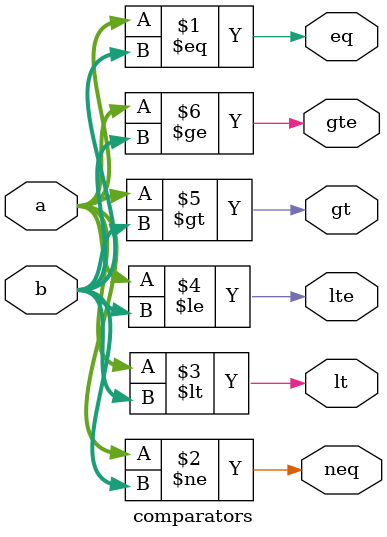
<source format=sv>

module comparators #(parameter N = 8)
                   (input  logic [N-1:0] a, b,
                    output logic eq, neq, lt, lte, gt, gte);

  assign eq  = (a == b);
  assign neq = (a != b);
  assign lt  = (a < b);
  assign lte = (a <= b);
  assign gt  = (a > b);
  assign gte = (a >= b);
endmodule

</source>
